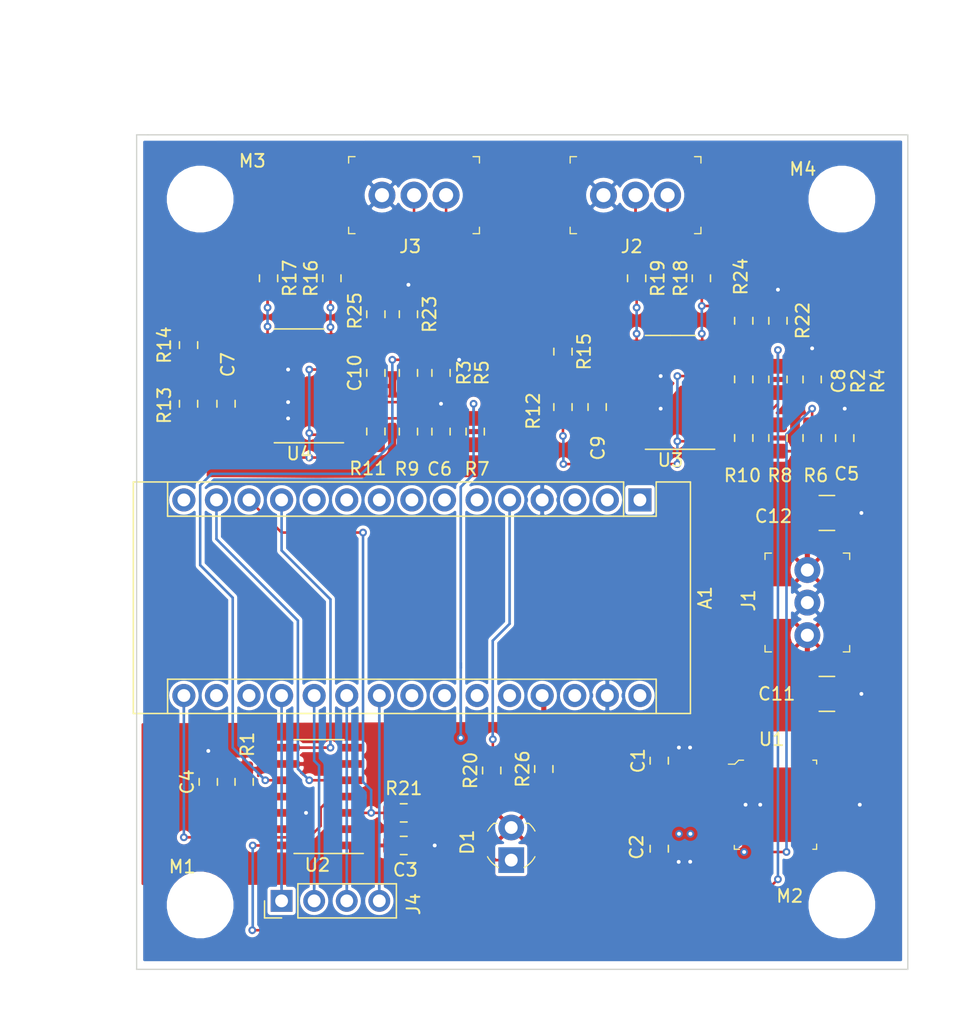
<source format=kicad_pcb>
(kicad_pcb (version 20171130) (host pcbnew "(5.1.2-1)-1")
  (layers (0 F.Cu signal) (31 B.Cu signal) (34 B.Paste user hide) (35 F.Paste user) (36 B.SilkS user hide) (37 F.SilkS user) (38 B.Mask user hide) (39 F.Mask user hide) (44 Edge.Cuts user))
  (net 0 "")
  (net 1 "Net-(A1-Pad30)")
  (net 2 "Net-(A1-Pad28)")
  (net 3 "Net-(A1-Pad11)")
  (net 4 "Net-(A1-Pad26)")
  (net 5 "Net-(A1-Pad10)")
  (net 6 "Net-(A1-Pad25)")
  (net 7 "Net-(A1-Pad9)")
  (net 8 "Net-(A1-Pad24)")
  (net 9 "Net-(A1-Pad8)")
  (net 10 "Net-(A1-Pad23)")
  (net 11 "Net-(A1-Pad7)")
  (net 12 "Net-(A1-Pad22)")
  (net 13 "Net-(A1-Pad6)")
  (net 14 "Net-(A1-Pad21)")
  (net 15 "Net-(A1-Pad5)")
  (net 16 "Net-(A1-Pad20)")
  (net 17 "Net-(A1-Pad19)")
  (net 18 "Net-(A1-Pad3)")
  (net 19 "Net-(A1-Pad18)")
  (net 20 "Net-(A1-Pad2)")
  (net 21 "Net-(A1-Pad17)")
  (net 22 "Net-(A1-Pad1)")
  (net 23 +5V)
  (net 24 GND)
  (net 25 +15V)
  (net 26 -15V)
  (net 27 /DAC/SCK)
  (net 28 /DAC/SDI)
  (net 29 /DAC/CS)
  (net 30 "Net-(C4-Pad1)")
  (net 31 "Net-(C5-Pad1)")
  (net 32 "Net-(C6-Pad1)")
  (net 33 "Net-(D1-Pad1)")
  (net 34 "Net-(J2-Pad2)")
  (net 35 "Net-(J2-Pad1)")
  (net 36 "Net-(J3-Pad2)")
  (net 37 "Net-(J3-Pad1)")
  (net 38 "Net-(R2-Pad2)")
  (net 39 "Net-(R2-Pad1)")
  (net 40 "Net-(R3-Pad2)")
  (net 41 "Net-(R3-Pad1)")
  (net 42 "Net-(R10-Pad2)")
  (net 43 "Net-(R11-Pad2)")
  (net 44 "Net-(R10-Pad1)")
  (net 45 "Net-(R11-Pad1)")
  (net 46 "Net-(R12-Pad1)")
  (net 47 "Net-(R13-Pad1)")
  (net 48 "Net-(R14-Pad1)")
  (net 49 "Net-(R15-Pad1)")
  (net 50 "Net-(R16-Pad2)")
  (net 51 "Net-(R18-Pad2)")
  (net 52 "Net-(U2-Pad7)")
  (net 53 "Net-(U2-Pad6)")
  (net 54 "Net-(U2-Pad2)")
  (net 55 "Net-(A1-Pad27)")
  (net 56 "Net-(R22-Pad2)")
  (net 57 "Net-(R23-Pad2)")
  (net 58 "Net-(U3-Pad14)")
  (net 59 "Net-(U4-Pad14)")
  (net 60 "Net-(A1-Pad15)")
  (net 61 /DAC/LDAC#)
  (module laser_control:Arduino_Nano (layer F.Cu) (at 137.414 90.043 270)
    (fp_text reference A1 (at 7.62 -5.08 90) (layer F.SilkS))
    (fp_text value Arduino_Nano_v3.x)
    (pad 1 thru_hole rect (at 0 0 270) (size 1.8 1.8) (drill 1) (layers *.Cu *.Mask) (net 22 "Net-(A1-Pad1)"))
    (pad 17 thru_hole oval (at 15.24 33.02 270) (size 1.8 1.8) (drill 1) (layers *.Cu *.Mask) (net 21 "Net-(A1-Pad17)"))
    (pad 2 thru_hole oval (at 0 2.54 270) (size 1.8 1.8) (drill 1) (layers *.Cu *.Mask) (net 20 "Net-(A1-Pad2)"))
    (pad 18 thru_hole oval (at 15.24 30.48 270) (size 1.8 1.8) (drill 1) (layers *.Cu *.Mask) (net 19 "Net-(A1-Pad18)"))
    (pad 3 thru_hole oval (at 0 5.08 270) (size 1.8 1.8) (drill 1) (layers *.Cu *.Mask) (net 18 "Net-(A1-Pad3)"))
    (pad 19 thru_hole oval (at 15.24 27.94 270) (size 1.8 1.8) (drill 1) (layers *.Cu *.Mask) (net 17 "Net-(A1-Pad19)"))
    (pad 4 thru_hole oval (at 0 7.62 270) (size 1.8 1.8) (drill 1) (layers *.Cu *.Mask) (net 24 GND))
    (pad 20 thru_hole oval (at 15.24 25.4 270) (size 1.8 1.8) (drill 1) (layers *.Cu *.Mask) (net 16 "Net-(A1-Pad20)"))
    (pad 5 thru_hole oval (at 0 10.16 270) (size 1.8 1.8) (drill 1) (layers *.Cu *.Mask) (net 15 "Net-(A1-Pad5)"))
    (pad 21 thru_hole oval (at 15.24 22.86 270) (size 1.8 1.8) (drill 1) (layers *.Cu *.Mask) (net 14 "Net-(A1-Pad21)"))
    (pad 6 thru_hole oval (at 0 12.7 270) (size 1.8 1.8) (drill 1) (layers *.Cu *.Mask) (net 13 "Net-(A1-Pad6)"))
    (pad 22 thru_hole oval (at 15.24 20.32 270) (size 1.8 1.8) (drill 1) (layers *.Cu *.Mask) (net 12 "Net-(A1-Pad22)"))
    (pad 7 thru_hole oval (at 0 15.24 270) (size 1.8 1.8) (drill 1) (layers *.Cu *.Mask) (net 11 "Net-(A1-Pad7)"))
    (pad 23 thru_hole oval (at 15.24 17.78 270) (size 1.8 1.8) (drill 1) (layers *.Cu *.Mask) (net 10 "Net-(A1-Pad23)"))
    (pad 8 thru_hole oval (at 0 17.78 270) (size 1.8 1.8) (drill 1) (layers *.Cu *.Mask) (net 9 "Net-(A1-Pad8)"))
    (pad 24 thru_hole oval (at 15.24 15.24 270) (size 1.8 1.8) (drill 1) (layers *.Cu *.Mask) (net 8 "Net-(A1-Pad24)"))
    (pad 9 thru_hole oval (at 0 20.32 270) (size 1.8 1.8) (drill 1) (layers *.Cu *.Mask) (net 7 "Net-(A1-Pad9)"))
    (pad 25 thru_hole oval (at 15.24 12.7 270) (size 1.8 1.8) (drill 1) (layers *.Cu *.Mask) (net 6 "Net-(A1-Pad25)"))
    (pad 10 thru_hole oval (at 0 22.86 270) (size 1.8 1.8) (drill 1) (layers *.Cu *.Mask) (net 5 "Net-(A1-Pad10)"))
    (pad 26 thru_hole oval (at 15.24 10.16 270) (size 1.8 1.8) (drill 1) (layers *.Cu *.Mask) (net 4 "Net-(A1-Pad26)"))
    (pad 11 thru_hole oval (at 0 25.4 270) (size 1.8 1.8) (drill 1) (layers *.Cu *.Mask) (net 3 "Net-(A1-Pad11)"))
    (pad 27 thru_hole oval (at 15.24 7.62 270) (size 1.8 1.8) (drill 1) (layers *.Cu *.Mask) (net 55 "Net-(A1-Pad27)"))
    (pad 12 thru_hole oval (at 0 27.94 270) (size 1.8 1.8) (drill 1) (layers *.Cu *.Mask) (net 61 /DAC/LDAC#))
    (pad 28 thru_hole oval (at 15.24 5.08 270) (size 1.8 1.8) (drill 1) (layers *.Cu *.Mask) (net 2 "Net-(A1-Pad28)"))
    (pad 13 thru_hole oval (at 0 30.48 270) (size 1.8 1.8) (drill 1) (layers *.Cu *.Mask) (net 29 /DAC/CS))
    (pad 29 thru_hole oval (at 15.24 2.54 270) (size 1.8 1.8) (drill 1) (layers *.Cu *.Mask) (net 24 GND))
    (pad 14 thru_hole oval (at 0 33.02 270) (size 1.8 1.8) (drill 1) (layers *.Cu *.Mask) (net 28 /DAC/SDI))
    (pad 30 thru_hole oval (at 15.24 0 270) (size 1.8 1.8) (drill 1) (layers *.Cu *.Mask) (net 1 "Net-(A1-Pad30)"))
    (pad 15 thru_hole oval (at 0 35.56 270) (size 1.8 1.8) (drill 1) (layers *.Cu *.Mask) (net 60 "Net-(A1-Pad15)"))
    (pad 16 thru_hole oval (at 15.24 35.56 270) (size 1.8 1.8) (drill 1) (layers *.Cu *.Mask) (net 27 /DAC/SCK))
  )
  (module Resistor_SMD:R_0805_2012Metric_Pad1.15x1.40mm_HandSolder (layer F.Cu) (at 129.921 111.007 90)
    (fp_text reference R26 (at 0 -1.65 90) (layer F.SilkS))
    (fp_text value n.b.)
    (pad 2 smd roundrect (at 1.025 0 90) (size 1.15 1.4) (layers F.Cu F.Paste F.Mask) (roundrect_rratio 0.217391) (net 55 "Net-(A1-Pad27)"))
    (pad 1 smd roundrect (at -1.025 0 90) (size 1.15 1.4) (layers F.Cu F.Paste F.Mask) (roundrect_rratio 0.217391) (net 23 +5V))
  )
  (module digikey-footprints:TO-252-3 (layer F.Cu) (at 147.685 113.792)
    (fp_text reference U1 (at 0 -5.1 180) (layer F.SilkS))
    (fp_text value MC7805BDTRKG)
    (pad 3 smd rect (at -4.08 2.285 180) (size 3 1.6) (layers F.Cu F.Paste F.Mask) (net 23 +5V))
    (pad 4 smd rect (at 3.09 0 180) (size 6.2 5.8) (layers F.Cu F.Paste F.Mask) (net 24 GND))
    (pad 1 smd rect (at -4.08 -2.285 180) (size 3 1.6) (layers F.Cu F.Paste F.Mask) (net 25 +15V))
  )
  (module Capacitor_SMD:C_1210_3225Metric_Pad1.42x2.65mm_HandSolder (layer F.Cu) (at 151.995 91.059 180)
    (fp_text reference C12 (at 4.167 -0.254) (layer F.SilkS))
    (fp_text value 4,7uF)
    (pad 2 smd roundrect (at 1.4875 0 180) (size 1.425 2.65) (layers F.Cu F.Paste F.Mask) (roundrect_rratio 0.175439) (net 26 -15V))
    (pad 1 smd roundrect (at -1.4875 0 180) (size 1.425 2.65) (layers F.Cu F.Paste F.Mask) (roundrect_rratio 0.175439) (net 24 GND))
  )
  (module Capacitor_SMD:C_1210_3225Metric_Pad1.42x2.65mm_HandSolder (layer F.Cu) (at 151.995 105.156)
    (fp_text reference C11 (at -3.913 0) (layer F.SilkS))
    (fp_text value 4,7uF)
    (pad 2 smd roundrect (at 1.4875 0) (size 1.425 2.65) (layers F.Cu F.Paste F.Mask) (roundrect_rratio 0.175439) (net 24 GND))
    (pad 1 smd roundrect (at -1.4875 0) (size 1.425 2.65) (layers F.Cu F.Paste F.Mask) (roundrect_rratio 0.175439) (net 25 +15V))
  )
  (module Capacitor_SMD:C_0805_2012Metric_Pad1.15x1.40mm_HandSolder (layer F.Cu) (at 138.922 110.363 90)
    (fp_text reference C1 (at 0 -1.65 90) (layer F.SilkS))
    (fp_text value 100nF)
    (pad 2 smd roundrect (at 1.025 0 90) (size 1.15 1.4) (layers F.Cu F.Paste F.Mask) (roundrect_rratio 0.217391) (net 24 GND))
    (pad 1 smd roundrect (at -1.025 0 90) (size 1.15 1.4) (layers F.Cu F.Paste F.Mask) (roundrect_rratio 0.217391) (net 25 +15V))
  )
  (module Package_SO:SOIC-14_3.9x8.7mm_P1.27mm (layer F.Cu) (at 112.395 113.157 180)
    (fp_text reference U2 (at 0.127 -5.334) (layer F.SilkS))
    (fp_text value MCP4922)
    (pad 14 smd roundrect (at 2.475 -3.81 180) (size 1.95 0.6) (layers F.Cu F.Paste F.Mask) (net 38 "Net-(R2-Pad2)"))
    (pad 13 smd roundrect (at 2.475 -2.54 180) (size 1.95 0.6) (layers F.Cu F.Paste F.Mask) (net 30 "Net-(C4-Pad1)"))
    (pad 12 smd roundrect (at 2.475 -1.27 180) (size 1.95 0.6) (layers F.Cu F.Paste F.Mask) (net 24 GND))
    (pad 11 smd roundrect (at 2.475 0 180) (size 1.95 0.6) (layers F.Cu F.Paste F.Mask) (net 30 "Net-(C4-Pad1)"))
    (pad 10 smd roundrect (at 2.475 1.27 180) (size 1.95 0.6) (layers F.Cu F.Paste F.Mask) (net 41 "Net-(R3-Pad1)"))
    (pad 9 smd roundrect (at 2.475 2.54 180) (size 1.95 0.6) (layers F.Cu F.Paste F.Mask) (net 23 +5V))
    (pad 8 smd roundrect (at 2.475 3.81 180) (size 1.95 0.6) (layers F.Cu F.Paste F.Mask) (net 61 /DAC/LDAC#))
    (pad 7 smd roundrect (at -2.475 3.81 180) (size 1.95 0.6) (layers F.Cu F.Paste F.Mask) (net 52 "Net-(U2-Pad7)"))
    (pad 6 smd roundrect (at -2.475 2.54 180) (size 1.95 0.6) (layers F.Cu F.Paste F.Mask) (net 53 "Net-(U2-Pad6)"))
    (pad 5 smd roundrect (at -2.475 1.27 180) (size 1.95 0.6) (layers F.Cu F.Paste F.Mask) (net 28 /DAC/SDI))
    (pad 4 smd roundrect (at -2.475 0 180) (size 1.95 0.6) (layers F.Cu F.Paste F.Mask) (net 27 /DAC/SCK))
    (pad 3 smd roundrect (at -2.475 -1.27 180) (size 1.95 0.6) (layers F.Cu F.Paste F.Mask) (net 29 /DAC/CS))
    (pad 2 smd roundrect (at -2.475 -2.54 180) (size 1.95 0.6) (layers F.Cu F.Paste F.Mask) (net 54 "Net-(U2-Pad2)"))
    (pad 1 smd roundrect (at -2.475 -3.81 180) (size 1.95 0.6) (layers F.Cu F.Paste F.Mask) (net 23 +5V))
  )
  (module Package_SO:SOIC-14_3.9x8.7mm_P1.27mm (layer F.Cu) (at 139.795 81.661 180)
    (fp_text reference U3 (at 0 -5.28) (layer F.SilkS))
    (fp_text value LM324)
    (pad 14 smd roundrect (at 2.475 -3.81 180) (size 1.95 0.6) (layers F.Cu F.Paste F.Mask) (net 58 "Net-(U3-Pad14)"))
    (pad 13 smd roundrect (at 2.475 -2.54 180) (size 1.95 0.6) (layers F.Cu F.Paste F.Mask) (net 24 GND))
    (pad 12 smd roundrect (at 2.475 -1.27 180) (size 1.95 0.6) (layers F.Cu F.Paste F.Mask) (net 24 GND))
    (pad 11 smd roundrect (at 2.475 0 180) (size 1.95 0.6) (layers F.Cu F.Paste F.Mask) (net 26 -15V))
    (pad 10 smd roundrect (at 2.475 1.27 180) (size 1.95 0.6) (layers F.Cu F.Paste F.Mask) (net 24 GND))
    (pad 9 smd roundrect (at 2.475 2.54 180) (size 1.95 0.6) (layers F.Cu F.Paste F.Mask) (net 46 "Net-(R12-Pad1)"))
    (pad 8 smd roundrect (at 2.475 3.81 180) (size 1.95 0.6) (layers F.Cu F.Paste F.Mask) (net 49 "Net-(R15-Pad1)"))
    (pad 7 smd roundrect (at -2.475 3.81 180) (size 1.95 0.6) (layers F.Cu F.Paste F.Mask) (net 51 "Net-(R18-Pad2)"))
    (pad 6 smd roundrect (at -2.475 2.54 180) (size 1.95 0.6) (layers F.Cu F.Paste F.Mask) (net 56 "Net-(R22-Pad2)"))
    (pad 5 smd roundrect (at -2.475 1.27 180) (size 1.95 0.6) (layers F.Cu F.Paste F.Mask) (net 44 "Net-(R10-Pad1)"))
    (pad 4 smd roundrect (at -2.475 0 180) (size 1.95 0.6) (layers F.Cu F.Paste F.Mask) (net 25 +15V))
    (pad 3 smd roundrect (at -2.475 -1.27 180) (size 1.95 0.6) (layers F.Cu F.Paste F.Mask) (net 39 "Net-(R2-Pad1)"))
    (pad 2 smd roundrect (at -2.475 -2.54 180) (size 1.95 0.6) (layers F.Cu F.Paste F.Mask) (net 42 "Net-(R10-Pad2)"))
    (pad 1 smd roundrect (at -2.475 -3.81 180) (size 1.95 0.6) (layers F.Cu F.Paste F.Mask) (net 44 "Net-(R10-Pad1)"))
  )
  (module Package_SO:SOIC-14_3.9x8.7mm_P1.27mm (layer F.Cu) (at 110.855 81.153 180)
    (fp_text reference U4 (at 0 -5.28) (layer F.SilkS))
    (fp_text value LM324)
    (pad 14 smd roundrect (at 2.475 -3.81 180) (size 1.95 0.6) (layers F.Cu F.Paste F.Mask) (net 59 "Net-(U4-Pad14)"))
    (pad 13 smd roundrect (at 2.475 -2.54 180) (size 1.95 0.6) (layers F.Cu F.Paste F.Mask) (net 24 GND))
    (pad 12 smd roundrect (at 2.475 -1.27 180) (size 1.95 0.6) (layers F.Cu F.Paste F.Mask) (net 24 GND))
    (pad 11 smd roundrect (at 2.475 0 180) (size 1.95 0.6) (layers F.Cu F.Paste F.Mask) (net 26 -15V))
    (pad 10 smd roundrect (at 2.475 1.27 180) (size 1.95 0.6) (layers F.Cu F.Paste F.Mask) (net 24 GND))
    (pad 9 smd roundrect (at 2.475 2.54 180) (size 1.95 0.6) (layers F.Cu F.Paste F.Mask) (net 47 "Net-(R13-Pad1)"))
    (pad 8 smd roundrect (at 2.475 3.81 180) (size 1.95 0.6) (layers F.Cu F.Paste F.Mask) (net 48 "Net-(R14-Pad1)"))
    (pad 7 smd roundrect (at -2.475 3.81 180) (size 1.95 0.6) (layers F.Cu F.Paste F.Mask) (net 50 "Net-(R16-Pad2)"))
    (pad 6 smd roundrect (at -2.475 2.54 180) (size 1.95 0.6) (layers F.Cu F.Paste F.Mask) (net 57 "Net-(R23-Pad2)"))
    (pad 5 smd roundrect (at -2.475 1.27 180) (size 1.95 0.6) (layers F.Cu F.Paste F.Mask) (net 45 "Net-(R11-Pad1)"))
    (pad 4 smd roundrect (at -2.475 0 180) (size 1.95 0.6) (layers F.Cu F.Paste F.Mask) (net 25 +15V))
    (pad 3 smd roundrect (at -2.475 -1.27 180) (size 1.95 0.6) (layers F.Cu F.Paste F.Mask) (net 40 "Net-(R3-Pad2)"))
    (pad 2 smd roundrect (at -2.475 -2.54 180) (size 1.95 0.6) (layers F.Cu F.Paste F.Mask) (net 43 "Net-(R11-Pad2)"))
    (pad 1 smd roundrect (at -2.475 -3.81 180) (size 1.95 0.6) (layers F.Cu F.Paste F.Mask) (net 45 "Net-(R11-Pad1)"))
  )
  (module MountingHole:MountingHole_3.2mm_M3 (layer F.Cu) (at 103.124 121.6)
    (fp_text reference M1 (at -1.397 -2.982) (layer F.SilkS))
    (fp_text value MountingHole_3.2mm_M3)
    (pad "" np_thru_hole circle (at 0 0) (size 3.2 3.2) (drill 3.2) (layers *.Cu *.Mask))
  )
  (module MountingHole:MountingHole_3.2mm_M3 (layer F.Cu) (at 153.162 121.6)
    (fp_text reference M2 (at -4.064 -0.696) (layer F.SilkS))
    (fp_text value MountingHole_3.2mm_M3)
    (pad 1 np_thru_hole circle (at 0 0) (size 3.2 3.2) (drill 3.2) (layers *.Cu *.Mask))
  )
  (module MountingHole:MountingHole_3.2mm_M3 (layer F.Cu) (at 103.124 66.6)
    (fp_text reference M3 (at 4.064 -2.973) (layer F.SilkS))
    (fp_text value MountingHole_3.2mm_M3)
    (pad 1 np_thru_hole circle (at 0 0) (size 3.2 3.2) (drill 3.2) (layers *.Cu *.Mask))
  )
  (module MountingHole:MountingHole_3.2mm_M3 (layer F.Cu) (at 153.162 66.6)
    (fp_text reference M4 (at -3.048 -2.338) (layer F.SilkS))
    (fp_text value MountingHole_3.2mm_M3)
    (pad 1 np_thru_hole circle (at 0 0) (size 3.2 3.2) (drill 3.2) (layers *.Cu *.Mask))
  )
  (module Resistor_SMD:R_0805_2012Metric_Pad1.15x1.40mm_HandSolder (layer F.Cu) (at 116.824 75.574 270)
    (fp_text reference R25 (at -0.263 1.635 90) (layer F.SilkS))
    (fp_text value 3.9k)
    (pad 2 smd roundrect (at 1.025 0 270) (size 1.15 1.4) (layers F.Cu F.Paste F.Mask) (roundrect_rratio 0.217391) (net 57 "Net-(R23-Pad2)"))
    (pad 1 smd roundrect (at -1.025 0 270) (size 1.15 1.4) (layers F.Cu F.Paste F.Mask) (roundrect_rratio 0.217391) (net 50 "Net-(R16-Pad2)"))
  )
  (module Resistor_SMD:R_0805_2012Metric_Pad1.15x1.40mm_HandSolder (layer F.Cu) (at 145.51 76.082 270)
    (fp_text reference R24 (at -3.438 0.222 90) (layer F.SilkS))
    (fp_text value 3.9k)
    (pad 2 smd roundrect (at 1.025 0 270) (size 1.15 1.4) (layers F.Cu F.Paste F.Mask) (roundrect_rratio 0.217391) (net 56 "Net-(R22-Pad2)"))
    (pad 1 smd roundrect (at -1.025 0 270) (size 1.15 1.4) (layers F.Cu F.Paste F.Mask) (roundrect_rratio 0.217391) (net 51 "Net-(R18-Pad2)"))
  )
  (module Resistor_SMD:R_0805_2012Metric_Pad1.15x1.40mm_HandSolder (layer F.Cu) (at 119.364 75.574 270)
    (fp_text reference R23 (at 0 -1.65 90) (layer F.SilkS))
    (fp_text value 20k)
    (pad 2 smd roundrect (at 1.025 0 270) (size 1.15 1.4) (layers F.Cu F.Paste F.Mask) (roundrect_rratio 0.217391) (net 57 "Net-(R23-Pad2)"))
    (pad 1 smd roundrect (at -1.025 0 270) (size 1.15 1.4) (layers F.Cu F.Paste F.Mask) (roundrect_rratio 0.217391) (net 24 GND))
  )
  (module Resistor_SMD:R_0805_2012Metric_Pad1.15x1.40mm_HandSolder (layer F.Cu) (at 148.177 76.082 270)
    (fp_text reference R22 (at -0.009 -1.937 90) (layer F.SilkS))
    (fp_text value 20k)
    (pad 2 smd roundrect (at 1.025 0 270) (size 1.15 1.4) (layers F.Cu F.Paste F.Mask) (roundrect_rratio 0.217391) (net 56 "Net-(R22-Pad2)"))
    (pad 1 smd roundrect (at -1.025 0 270) (size 1.15 1.4) (layers F.Cu F.Paste F.Mask) (roundrect_rratio 0.217391) (net 24 GND))
  )
  (module digikey-footprints:PinHeader_1x3_P2.5mm_Drill1.1mm (layer F.Cu) (at 122.301 66.294 180)
    (fp_text reference J3 (at 2.8 -4) (layer F.SilkS))
    (fp_text value B3B-XH-A_LF__SN_)
    (pad 3 thru_hole circle (at 5 0 180) (size 2.1 2.1) (drill 1.1) (layers *.Cu *.Mask) (net 24 GND))
    (pad 2 thru_hole circle (at 2.5 0 180) (size 2.1 2.1) (drill 1.1) (layers *.Cu *.Mask) (net 36 "Net-(J3-Pad2)"))
    (pad 1 thru_hole circle (at 0 0 180) (size 2.1 2.1) (drill 1.1) (layers *.Cu *.Mask) (net 37 "Net-(J3-Pad1)"))
  )
  (module digikey-footprints:PinHeader_1x3_P2.5mm_Drill1.1mm (layer F.Cu) (at 139.573 66.294 180)
    (fp_text reference J2 (at 2.8 -4) (layer F.SilkS))
    (fp_text value B3B-XH-A_LF__SN_)
    (pad 3 thru_hole circle (at 5 0 180) (size 2.1 2.1) (drill 1.1) (layers *.Cu *.Mask) (net 24 GND))
    (pad 2 thru_hole circle (at 2.5 0 180) (size 2.1 2.1) (drill 1.1) (layers *.Cu *.Mask) (net 34 "Net-(J2-Pad2)"))
    (pad 1 thru_hole circle (at 0 0 180) (size 2.1 2.1) (drill 1.1) (layers *.Cu *.Mask) (net 35 "Net-(J2-Pad1)"))
  )
  (module Capacitor_SMD:C_0805_2012Metric_Pad1.15x1.40mm_HandSolder (layer F.Cu) (at 116.824 80.146 90)
    (fp_text reference C10 (at 0 -1.65 90) (layer F.SilkS))
    (fp_text value 100nF)
    (pad 2 smd roundrect (at 1.025 0 90) (size 1.15 1.4) (layers F.Cu F.Paste F.Mask) (roundrect_rratio 0.217391) (net 26 -15V))
    (pad 1 smd roundrect (at -1.025 0 90) (size 1.15 1.4) (layers F.Cu F.Paste F.Mask) (roundrect_rratio 0.217391) (net 25 +15V))
  )
  (module Capacitor_SMD:C_0805_2012Metric_Pad1.15x1.40mm_HandSolder (layer F.Cu) (at 134.08 82.804 90)
    (fp_text reference C9 (at -3.191 0.066 90) (layer F.SilkS))
    (fp_text value 100nF)
    (pad 2 smd roundrect (at 1.025 0 90) (size 1.15 1.4) (layers F.Cu F.Paste F.Mask) (roundrect_rratio 0.217391) (net 26 -15V))
    (pad 1 smd roundrect (at -1.025 0 90) (size 1.15 1.4) (layers F.Cu F.Paste F.Mask) (roundrect_rratio 0.217391) (net 25 +15V))
  )
  (module Resistor_SMD:R_0805_2012Metric_Pad1.15x1.40mm_HandSolder (layer F.Cu) (at 125.857 111.125 90)
    (fp_text reference R20 (at 0 -1.65 90) (layer F.SilkS))
    (fp_text value 220R)
    (pad 2 smd roundrect (at 1.025 0 90) (size 1.15 1.4) (layers F.Cu F.Paste F.Mask) (roundrect_rratio 0.217391) (net 15 "Net-(A1-Pad5)"))
    (pad 1 smd roundrect (at -1.025 0 90) (size 1.15 1.4) (layers F.Cu F.Paste F.Mask) (roundrect_rratio 0.217391) (net 33 "Net-(D1-Pad1)"))
  )
  (module Resistor_SMD:R_0805_2012Metric_Pad1.15x1.40mm_HandSolder (layer F.Cu) (at 116.824 84.709 90)
    (fp_text reference R11 (at -2.886 -0.619) (layer F.SilkS))
    (fp_text value 10k)
    (pad 2 smd roundrect (at 1.025 0 90) (size 1.15 1.4) (layers F.Cu F.Paste F.Mask) (roundrect_rratio 0.217391) (net 43 "Net-(R11-Pad2)"))
    (pad 1 smd roundrect (at -1.025 0 90) (size 1.15 1.4) (layers F.Cu F.Paste F.Mask) (roundrect_rratio 0.217391) (net 45 "Net-(R11-Pad1)"))
  )
  (module Resistor_SMD:R_0805_2012Metric_Pad1.15x1.40mm_HandSolder (layer F.Cu) (at 145.51 85.217 90)
    (fp_text reference R10 (at -2.921 -0.095 180) (layer F.SilkS))
    (fp_text value 10k)
    (pad 2 smd roundrect (at 1.025 0 90) (size 1.15 1.4) (layers F.Cu F.Paste F.Mask) (roundrect_rratio 0.217391) (net 42 "Net-(R10-Pad2)"))
    (pad 1 smd roundrect (at -1.025 0 90) (size 1.15 1.4) (layers F.Cu F.Paste F.Mask) (roundrect_rratio 0.217391) (net 44 "Net-(R10-Pad1)"))
  )
  (module Resistor_SMD:R_0805_2012Metric_Pad1.15x1.40mm_HandSolder (layer F.Cu) (at 119.364 84.718 270)
    (fp_text reference R9 (at 2.912 0.111) (layer F.SilkS))
    (fp_text value 10k)
    (pad 2 smd roundrect (at 1.025 0 270) (size 1.15 1.4) (layers F.Cu F.Paste F.Mask) (roundrect_rratio 0.217391) (net 32 "Net-(C6-Pad1)"))
    (pad 1 smd roundrect (at -1.025 0 270) (size 1.15 1.4) (layers F.Cu F.Paste F.Mask) (roundrect_rratio 0.217391) (net 43 "Net-(R11-Pad2)"))
  )
  (module Resistor_SMD:R_0805_2012Metric_Pad1.15x1.40mm_HandSolder (layer F.Cu) (at 148.177 85.217 270)
    (fp_text reference R8 (at 2.921 -0.159 180) (layer F.SilkS))
    (fp_text value 10k)
    (pad 2 smd roundrect (at 1.025 0 270) (size 1.15 1.4) (layers F.Cu F.Paste F.Mask) (roundrect_rratio 0.217391) (net 31 "Net-(C5-Pad1)"))
    (pad 1 smd roundrect (at -1.025 0 270) (size 1.15 1.4) (layers F.Cu F.Paste F.Mask) (roundrect_rratio 0.217391) (net 42 "Net-(R10-Pad2)"))
  )
  (module Resistor_SMD:R_0805_2012Metric_Pad1.15x1.40mm_HandSolder (layer F.Cu) (at 124.571 84.718 270)
    (fp_text reference R7 (at 2.912 -0.143 180) (layer F.SilkS))
    (fp_text value 100R)
    (pad 2 smd roundrect (at 1.025 0 270) (size 1.15 1.4) (layers F.Cu F.Paste F.Mask) (roundrect_rratio 0.217391) (net 32 "Net-(C6-Pad1)"))
    (pad 1 smd roundrect (at -1.025 0 270) (size 1.15 1.4) (layers F.Cu F.Paste F.Mask) (roundrect_rratio 0.217391) (net 23 +5V))
  )
  (module Resistor_SMD:R_0805_2012Metric_Pad1.15x1.40mm_HandSolder (layer F.Cu) (at 150.844 85.217 270)
    (fp_text reference R6 (at 2.921 -0.286 180) (layer F.SilkS))
    (fp_text value 10R)
    (pad 2 smd roundrect (at 1.025 0 270) (size 1.15 1.4) (layers F.Cu F.Paste F.Mask) (roundrect_rratio 0.217391) (net 31 "Net-(C5-Pad1)"))
    (pad 1 smd roundrect (at -1.025 0 270) (size 1.15 1.4) (layers F.Cu F.Paste F.Mask) (roundrect_rratio 0.217391) (net 23 +5V))
  )
  (module Resistor_SMD:R_0805_2012Metric_Pad1.15x1.40mm_HandSolder (layer F.Cu) (at 121.904 80.146 90)
    (fp_text reference R5 (at 0.009 3.191 90) (layer F.SilkS))
    (fp_text value n.b.)
    (pad 2 smd roundrect (at 1.025 0 90) (size 1.15 1.4) (layers F.Cu F.Paste F.Mask) (roundrect_rratio 0.217391) (net 24 GND))
    (pad 1 smd roundrect (at -1.025 0 90) (size 1.15 1.4) (layers F.Cu F.Paste F.Mask) (roundrect_rratio 0.217391) (net 40 "Net-(R3-Pad2)"))
  )
  (module Resistor_SMD:R_0805_2012Metric_Pad1.15x1.40mm_HandSolder (layer F.Cu) (at 150.844 80.654 90)
    (fp_text reference R4 (at -0.118 5.112 90) (layer F.SilkS))
    (fp_text value n.b.)
    (pad 2 smd roundrect (at 1.025 0 90) (size 1.15 1.4) (layers F.Cu F.Paste F.Mask) (roundrect_rratio 0.217391) (net 24 GND))
    (pad 1 smd roundrect (at -1.025 0 90) (size 1.15 1.4) (layers F.Cu F.Paste F.Mask) (roundrect_rratio 0.217391) (net 39 "Net-(R2-Pad1)"))
  )
  (module Resistor_SMD:R_0805_2012Metric_Pad1.15x1.40mm_HandSolder (layer F.Cu) (at 119.364 80.146 270)
    (fp_text reference R3 (at -0.009 -4.334 90) (layer F.SilkS))
    (fp_text value 0R)
    (pad 2 smd roundrect (at 1.025 0 270) (size 1.15 1.4) (layers F.Cu F.Paste F.Mask) (roundrect_rratio 0.217391) (net 40 "Net-(R3-Pad2)"))
    (pad 1 smd roundrect (at -1.025 0 270) (size 1.15 1.4) (layers F.Cu F.Paste F.Mask) (roundrect_rratio 0.217391) (net 41 "Net-(R3-Pad1)"))
  )
  (module Resistor_SMD:R_0805_2012Metric_Pad1.15x1.40mm_HandSolder (layer F.Cu) (at 148.177 80.654 90)
    (fp_text reference R2 (at -0.118 6.255 90) (layer F.SilkS))
    (fp_text value 0R)
    (pad 2 smd roundrect (at 1.025 0 90) (size 1.15 1.4) (layers F.Cu F.Paste F.Mask) (roundrect_rratio 0.217391) (net 38 "Net-(R2-Pad2)"))
    (pad 1 smd roundrect (at -1.025 0 90) (size 1.15 1.4) (layers F.Cu F.Paste F.Mask) (roundrect_rratio 0.217391) (net 39 "Net-(R2-Pad1)"))
  )
  (module Resistor_SMD:R_0805_2012Metric_Pad1.15x1.40mm_HandSolder (layer F.Cu) (at 106.553 112.014 270)
    (fp_text reference R1 (at -2.921 -0.254 90) (layer F.SilkS))
    (fp_text value 10k)
    (pad 2 smd roundrect (at 1.025 0 270) (size 1.15 1.4) (layers F.Cu F.Paste F.Mask) (roundrect_rratio 0.217391) (net 30 "Net-(C4-Pad1)"))
    (pad 1 smd roundrect (at -1.025 0 270) (size 1.15 1.4) (layers F.Cu F.Paste F.Mask) (roundrect_rratio 0.217391) (net 23 +5V))
  )
  (module Connector_PinHeader_2.54mm:PinHeader_1x04_P2.54mm_Vertical (layer F.Cu) (at 109.474 121.285 90)
    (fp_text reference J4 (at -0.254 10.287 90) (layer F.SilkS))
    (fp_text value Conn_01x04)
    (pad 4 thru_hole oval (at 0 7.62 90) (size 1.7 1.7) (drill 1) (layers *.Cu *.Mask) (net 12 "Net-(A1-Pad22)"))
    (pad 3 thru_hole oval (at 0 5.08 90) (size 1.7 1.7) (drill 1) (layers *.Cu *.Mask) (net 14 "Net-(A1-Pad21)"))
    (pad 2 thru_hole oval (at 0 2.54 90) (size 1.7 1.7) (drill 1) (layers *.Cu *.Mask) (net 16 "Net-(A1-Pad20)"))
    (pad 1 thru_hole rect (at 0 0 90) (size 1.7 1.7) (drill 1) (layers *.Cu *.Mask) (net 17 "Net-(A1-Pad19)"))
  )
  (module digikey-footprints:PinHeader_1x3_P2.54mm_Drill1.02mm (layer F.Cu) (at 150.471 100.584 90)
    (fp_text reference J1 (at 2.71 -4.59 90) (layer F.SilkS))
    (fp_text value 0022232031)
    (pad 3 thru_hole circle (at 5.08 0 90) (size 2.02 2.02) (drill 1.02) (layers *.Cu *.Mask) (net 26 -15V))
    (pad 2 thru_hole circle (at 2.54 0 90) (size 2.02 2.02) (drill 1.02) (layers *.Cu *.Mask) (net 24 GND))
    (pad 1 thru_hole circle (at 0 0 90) (size 2.02 2.02) (drill 1.02) (layers *.Cu *.Mask) (net 25 +15V))
  )
  (module digikey-footprints:LED_3mm_Radial (layer F.Cu) (at 127.381 115.57 90)
    (fp_text reference D1 (at -1.143 -3.429 90) (layer F.SilkS))
    (fp_text value LED)
    (pad 1 thru_hole rect (at -2.54 0 90) (size 2 2) (drill 1) (layers *.Cu *.Mask) (net 33 "Net-(D1-Pad1)"))
    (pad 2 thru_hole circle (at 0 0 90) (size 2 2) (drill 1) (layers *.Cu *.Mask) (net 23 +5V))
  )
  (module Capacitor_SMD:C_0805_2012Metric_Pad1.15x1.40mm_HandSolder (layer F.Cu) (at 145.51 80.645 90)
    (fp_text reference C8 (at -0.127 7.398 90) (layer F.SilkS))
    (fp_text value 100nF)
    (pad 2 smd roundrect (at 1.025 0 90) (size 1.15 1.4) (layers F.Cu F.Paste F.Mask) (roundrect_rratio 0.217391) (net 26 -15V))
    (pad 1 smd roundrect (at -1.025 0 90) (size 1.15 1.4) (layers F.Cu F.Paste F.Mask) (roundrect_rratio 0.217391) (net 25 +15V))
  )
  (module Capacitor_SMD:C_0805_2012Metric_Pad1.15x1.40mm_HandSolder (layer F.Cu) (at 105.14 82.55 90)
    (fp_text reference C7 (at 3.048 0.143 90) (layer F.SilkS))
    (fp_text value 100nF)
    (pad 2 smd roundrect (at 1.025 0 90) (size 1.15 1.4) (layers F.Cu F.Paste F.Mask) (roundrect_rratio 0.217391) (net 26 -15V))
    (pad 1 smd roundrect (at -1.025 0 90) (size 1.15 1.4) (layers F.Cu F.Paste F.Mask) (roundrect_rratio 0.217391) (net 25 +15V))
  )
  (module Capacitor_SMD:C_0805_2012Metric_Pad1.15x1.40mm_HandSolder (layer F.Cu) (at 121.904 84.718 90)
    (fp_text reference C6 (at -2.912 -0.111 180) (layer F.SilkS))
    (fp_text value 100nF)
    (pad 2 smd roundrect (at 1.025 0 90) (size 1.15 1.4) (layers F.Cu F.Paste F.Mask) (roundrect_rratio 0.217391) (net 24 GND))
    (pad 1 smd roundrect (at -1.025 0 90) (size 1.15 1.4) (layers F.Cu F.Paste F.Mask) (roundrect_rratio 0.217391) (net 32 "Net-(C6-Pad1)"))
  )
  (module Capacitor_SMD:C_0805_2012Metric_Pad1.15x1.40mm_HandSolder (layer F.Cu) (at 153.384 85.226 90)
    (fp_text reference C5 (at -2.785 0.159 180) (layer F.SilkS))
    (fp_text value 100nF)
    (pad 2 smd roundrect (at 1.025 0 90) (size 1.15 1.4) (layers F.Cu F.Paste F.Mask) (roundrect_rratio 0.217391) (net 24 GND))
    (pad 1 smd roundrect (at -1.025 0 90) (size 1.15 1.4) (layers F.Cu F.Paste F.Mask) (roundrect_rratio 0.217391) (net 31 "Net-(C5-Pad1)"))
  )
  (module Capacitor_SMD:C_0805_2012Metric_Pad1.15x1.40mm_HandSolder (layer F.Cu) (at 103.759 112.014 90)
    (fp_text reference C4 (at 0 -1.65 90) (layer F.SilkS))
    (fp_text value 220nF)
    (pad 2 smd roundrect (at 1.025 0 90) (size 1.15 1.4) (layers F.Cu F.Paste F.Mask) (roundrect_rratio 0.217391) (net 24 GND))
    (pad 1 smd roundrect (at -1.025 0 90) (size 1.15 1.4) (layers F.Cu F.Paste F.Mask) (roundrect_rratio 0.217391) (net 30 "Net-(C4-Pad1)"))
  )
  (module Capacitor_SMD:C_0805_2012Metric_Pad1.15x1.40mm_HandSolder (layer F.Cu) (at 118.999 116.967)
    (fp_text reference C3 (at 0.127 1.905) (layer F.SilkS))
    (fp_text value 100nF)
    (pad 2 smd roundrect (at 1.025 0) (size 1.15 1.4) (layers F.Cu F.Paste F.Mask) (roundrect_rratio 0.217391) (net 24 GND))
    (pad 1 smd roundrect (at -1.025 0) (size 1.15 1.4) (layers F.Cu F.Paste F.Mask) (roundrect_rratio 0.217391) (net 23 +5V))
  )
  (module Resistor_SMD:R_0805_2012Metric_Pad1.15x1.40mm_HandSolder (layer F.Cu) (at 118.999 114.427 180)
    (fp_text reference R21 (at 0 1.905) (layer F.SilkS))
    (fp_text value 10k)
    (pad 2 smd roundrect (at 1.025 0 180) (size 1.15 1.4) (layers F.Cu F.Paste F.Mask) (roundrect_rratio 0.217391) (net 29 /DAC/CS))
    (pad 1 smd roundrect (at -1.025 0 180) (size 1.15 1.4) (layers F.Cu F.Paste F.Mask) (roundrect_rratio 0.217391) (net 23 +5V))
  )
  (module Resistor_SMD:R_0805_2012Metric_Pad1.15x1.40mm_HandSolder (layer F.Cu) (at 102.219 77.978 270)
    (fp_text reference R14 (at 0 1.889 90) (layer F.SilkS))
    (fp_text value 12k)
    (pad 2 smd roundrect (at 1.025 0 270) (size 1.15 1.4) (layers F.Cu F.Paste F.Mask) (roundrect_rratio 0.217391) (net 47 "Net-(R13-Pad1)"))
    (pad 1 smd roundrect (at -1.025 0 270) (size 1.15 1.4) (layers F.Cu F.Paste F.Mask) (roundrect_rratio 0.217391) (net 48 "Net-(R14-Pad1)"))
  )
  (module Resistor_SMD:R_0805_2012Metric_Pad1.15x1.40mm_HandSolder (layer F.Cu) (at 131.413 78.486 270)
    (fp_text reference R15 (at 0 -1.65 90) (layer F.SilkS))
    (fp_text value 12k)
    (pad 2 smd roundrect (at 1.025 0 270) (size 1.15 1.4) (layers F.Cu F.Paste F.Mask) (roundrect_rratio 0.217391) (net 46 "Net-(R12-Pad1)"))
    (pad 1 smd roundrect (at -1.025 0 270) (size 1.15 1.4) (layers F.Cu F.Paste F.Mask) (roundrect_rratio 0.217391) (net 49 "Net-(R15-Pad1)"))
  )
  (module Resistor_SMD:R_0805_2012Metric_Pad1.15x1.40mm_HandSolder (layer F.Cu) (at 102.219 82.55 270)
    (fp_text reference R13 (at 0.127 1.889 90) (layer F.SilkS))
    (fp_text value 10k)
    (pad 2 smd roundrect (at 1.025 0 270) (size 1.15 1.4) (layers F.Cu F.Paste F.Mask) (roundrect_rratio 0.217391) (net 45 "Net-(R11-Pad1)"))
    (pad 1 smd roundrect (at -1.025 0 270) (size 1.15 1.4) (layers F.Cu F.Paste F.Mask) (roundrect_rratio 0.217391) (net 47 "Net-(R13-Pad1)"))
  )
  (module Resistor_SMD:R_0805_2012Metric_Pad1.15x1.40mm_HandSolder (layer F.Cu) (at 131.413 82.804 270)
    (fp_text reference R12 (at 0.316 2.317 90) (layer F.SilkS))
    (fp_text value 10k)
    (pad 2 smd roundrect (at 1.025 0 270) (size 1.15 1.4) (layers F.Cu F.Paste F.Mask) (roundrect_rratio 0.217391) (net 44 "Net-(R10-Pad1)"))
    (pad 1 smd roundrect (at -1.025 0 270) (size 1.15 1.4) (layers F.Cu F.Paste F.Mask) (roundrect_rratio 0.217391) (net 46 "Net-(R12-Pad1)"))
  )
  (module Resistor_SMD:R_0805_2012Metric_Pad1.15x1.40mm_HandSolder (layer F.Cu) (at 108.458 72.771 270)
    (fp_text reference R17 (at 0 -1.65 90) (layer F.SilkS))
    (fp_text value 100R)
    (pad 2 smd roundrect (at 1.025 0 270) (size 1.15 1.4) (layers F.Cu F.Paste F.Mask) (roundrect_rratio 0.217391) (net 48 "Net-(R14-Pad1)"))
    (pad 1 smd roundrect (at -1.025 0 270) (size 1.15 1.4) (layers F.Cu F.Paste F.Mask) (roundrect_rratio 0.217391) (net 36 "Net-(J3-Pad2)"))
  )
  (module Resistor_SMD:R_0805_2012Metric_Pad1.15x1.40mm_HandSolder (layer F.Cu) (at 137.16 72.771 270)
    (fp_text reference R19 (at 0 -1.65 90) (layer F.SilkS))
    (fp_text value 100R)
    (pad 2 smd roundrect (at 1.025 0 270) (size 1.15 1.4) (layers F.Cu F.Paste F.Mask) (roundrect_rratio 0.217391) (net 49 "Net-(R15-Pad1)"))
    (pad 1 smd roundrect (at -1.025 0 270) (size 1.15 1.4) (layers F.Cu F.Paste F.Mask) (roundrect_rratio 0.217391) (net 34 "Net-(J2-Pad2)"))
  )
  (module Resistor_SMD:R_0805_2012Metric_Pad1.15x1.40mm_HandSolder (layer F.Cu) (at 113.395 72.771 270)
    (fp_text reference R16 (at 0 1.635 90) (layer F.SilkS))
    (fp_text value 100R)
    (pad 2 smd roundrect (at 1.025 0 270) (size 1.15 1.4) (layers F.Cu F.Paste F.Mask) (roundrect_rratio 0.217391) (net 50 "Net-(R16-Pad2)"))
    (pad 1 smd roundrect (at -1.025 0 270) (size 1.15 1.4) (layers F.Cu F.Paste F.Mask) (roundrect_rratio 0.217391) (net 37 "Net-(J3-Pad1)"))
  )
  (module Resistor_SMD:R_0805_2012Metric_Pad1.15x1.40mm_HandSolder (layer F.Cu) (at 142.208 72.771 270)
    (fp_text reference R18 (at 0 1.619 90) (layer F.SilkS))
    (fp_text value 100R)
    (pad 2 smd roundrect (at 1.025 0 270) (size 1.15 1.4) (layers F.Cu F.Paste F.Mask) (roundrect_rratio 0.217391) (net 51 "Net-(R18-Pad2)"))
    (pad 1 smd roundrect (at -1.025 0 270) (size 1.15 1.4) (layers F.Cu F.Paste F.Mask) (roundrect_rratio 0.217391) (net 35 "Net-(J2-Pad1)"))
  )
  (module Capacitor_SMD:C_0805_2012Metric_Pad1.15x1.40mm_HandSolder (layer F.Cu) (at 138.922 117.221 270)
    (fp_text reference C2 (at -0.127 1.762 90) (layer F.SilkS))
    (fp_text value 100nF)
    (pad 2 smd roundrect (at 1.025 0 270) (size 1.15 1.4) (layers F.Cu F.Paste F.Mask) (roundrect_rratio 0.217391) (net 24 GND))
    (pad 1 smd roundrect (at -1.025 0 270) (size 1.15 1.4) (layers F.Cu F.Paste F.Mask) (roundrect_rratio 0.217391) (net 23 +5V))
  )
  (gr_line (start 98.171 126.619) (end 158.3055 126.619) (layer Edge.Cuts) (width 0.1))
  (gr_line (start 99.06 61.595) (end 99.06 61.595) (layer Edge.Cuts) (width 0.1))
  (gr_line (start 158.3055 61.595) (end 98.171 61.595) (layer Edge.Cuts) (width 0.1))
  (gr_line (start 158.3055 126.619) (end 158.3055 61.595) (layer Edge.Cuts) (width 0.1))
  (gr_line (start 98.171 61.595) (end 98.171 126.619) (layer Edge.Cuts) (width 0.1))
  (segment (start 117.094 119.761) (end 117.094 121.285) (width 0.2) (layer B.Cu) (net 12))
  (segment (start 117.094 105.283) (end 117.094 119.761) (width 0.2) (layer B.Cu) (net 12))
  (segment (start 117.094 119.761) (end 117.094 120.269) (width 0.2) (layer B.Cu) (net 12))
  (segment (start 114.554 105.283) (end 114.554 119.634) (width 0.2) (layer B.Cu) (net 14))
  (segment (start 114.554 119.634) (end 114.554 121.285) (width 0.2) (layer B.Cu) (net 14))
  (segment (start 114.554 119.634) (end 114.554 120.269) (width 0.2) (layer B.Cu) (net 14))
  (segment (start 127.254 90.043) (end 127.254 99.695) (width 0.2) (layer B.Cu) (net 15))
  (segment (start 125.937995 101.011005) (end 125.937995 108.333753) (width 0.2) (layer B.Cu) (net 15))
  (segment (start 127.254 99.695) (end 125.937995 101.011005) (width 0.2) (layer B.Cu) (net 15))
  (via (at 125.946 108.695) (size 0.6) (drill 0.3) (layers F.Cu B.Cu) (net 15))
  (segment (start 125.937995 108.686995) (end 125.946 108.695) (width 0.2) (layer B.Cu) (net 15))
  (segment (start 125.937995 108.333753) (end 125.937995 108.686995) (width 0.2) (layer B.Cu) (net 15))
  (segment (start 125.946 110.011) (end 125.857 110.1) (width 0.2) (layer F.Cu) (net 15))
  (segment (start 125.946 108.695) (end 125.946 110.011) (width 0.2) (layer F.Cu) (net 15))
  (segment (start 112.014 119.634) (end 112.014 121.285) (width 0.2) (layer B.Cu) (net 16))
  (segment (start 112.014 119.634) (end 112.014 120.269) (width 0.2) (layer B.Cu) (net 16))
  (segment (start 112.395 110.744) (end 112.395 117.983) (width 0.2) (layer B.Cu) (net 16))
  (segment (start 112.014 118.364) (end 112.014 119.634) (width 0.2) (layer B.Cu) (net 16))
  (segment (start 112.014 110.363) (end 112.395 110.744) (width 0.2) (layer B.Cu) (net 16))
  (segment (start 112.395 117.983) (end 112.014 118.364) (width 0.2) (layer B.Cu) (net 16))
  (segment (start 112.014 105.283) (end 112.014 110.363) (width 0.2) (layer B.Cu) (net 16))
  (segment (start 109.474 120.015) (end 109.474 121.285) (width 0.2) (layer B.Cu) (net 17))
  (segment (start 109.474 120.269) (end 109.474 120.015) (width 0.2) (layer B.Cu) (net 17))
  (segment (start 109.474 120.015) (end 109.474 105.283) (width 0.2) (layer B.Cu) (net 17))
  (segment (start 106.925 110.617) (end 106.553 110.989) (width 0.2) (layer F.Cu) (net 23))
  (segment (start 139.021 116.059) (end 138.922 115.96) (width 0.4) (layer F.Cu) (net 23))
  (segment (start 140.465 116.059) (end 139.021 116.059) (width 0.6) (layer F.Cu) (net 23))
  (via (at 140.465 116.059) (size 0.6) (drill 0.3) (layers F.Cu B.Cu) (net 23))
  (segment (start 141.354 116.059) (end 140.465 116.059) (width 0.6) (layer F.Cu) (net 23))
  (via (at 141.354 116.059) (size 0.6) (drill 0.3) (layers F.Cu B.Cu) (net 23))
  (via (at 124.444 82.55) (size 0.6) (drill 0.3) (layers F.Cu B.Cu) (net 23))
  (segment (start 124.444 83.566) (end 124.571 83.693) (width 0.2) (layer F.Cu) (net 23))
  (segment (start 124.444 82.55) (end 124.444 83.566) (width 0.2) (layer F.Cu) (net 23))
  (segment (start 143.587 116.059) (end 143.605 116.077) (width 0.2) (layer F.Cu) (net 23))
  (segment (start 140.465 116.059) (end 143.587 116.059) (width 0.6) (layer F.Cu) (net 23))
  (via (at 123.444 108.585) (size 0.6) (drill 0.3) (layers F.Cu B.Cu) (net 23))
  (segment (start 123.444 107.569) (end 123.444 108.585) (width 0.2) (layer B.Cu) (net 23))
  (segment (start 123.444 106.934) (end 123.444 107.569) (width 0.2) (layer B.Cu) (net 23))
  (segment (start 123.444 107.569) (end 123.444 103.124) (width 0.2) (layer B.Cu) (net 23))
  (segment (start 123.444 103.124) (end 123.444 102.743) (width 0.2) (layer B.Cu) (net 23))
  (segment (start 150.844 84.192) (end 150.844 82.931) (width 0.2) (layer F.Cu) (net 23))
  (via (at 150.844 82.931) (size 0.6) (drill 0.3) (layers F.Cu B.Cu) (net 23))
  (segment (start 150.876 82.963) (end 150.844 82.931) (width 0.2) (layer B.Cu) (net 23))
  (segment (start 123.444 89.027) (end 123.444 103.124) (width 0.2) (layer B.Cu) (net 23))
  (segment (start 124.444 88.027) (end 123.444 89.027) (width 0.2) (layer B.Cu) (net 23))
  (segment (start 124.444 82.55) (end 124.444 88.027) (width 0.2) (layer B.Cu) (net 23))
  (segment (start 150.844 82.931) (end 149.225 84.55) (width 0.2) (layer B.Cu) (net 23))
  (segment (start 149.225 84.55) (end 148.844 84.931) (width 0.2) (layer B.Cu) (net 23))
  (segment (start 148.844 84.931) (end 148.844 117.475) (width 0.2) (layer B.Cu) (net 23))
  (via (at 148.844 117.475) (size 0.6) (drill 0.3) (layers F.Cu B.Cu) (net 23))
  (via (at 145.542 117.475) (size 0.6) (drill 0.3) (layers F.Cu B.Cu) (net 23))
  (segment (start 148.844 117.475) (end 145.542 117.475) (width 0.2) (layer F.Cu) (net 23))
  (via (at 139.033 82.931) (size 0.6) (drill 0.3) (layers F.Cu B.Cu) (net 24))
  (via (at 150.844 78.232) (size 0.6) (drill 0.3) (layers F.Cu B.Cu) (net 24))
  (segment (start 150.844 79.629) (end 150.844 78.232) (width 0.2) (layer F.Cu) (net 24))
  (via (at 148.177 73.66) (size 0.6) (drill 0.3) (layers F.Cu B.Cu) (net 24))
  (segment (start 148.177 75.057) (end 148.177 73.66) (width 0.2) (layer F.Cu) (net 24))
  (via (at 121.904 82.55) (size 0.6) (drill 0.3) (layers F.Cu B.Cu) (net 24))
  (segment (start 121.904 83.693) (end 121.904 82.55) (width 0.2) (layer F.Cu) (net 24))
  (via (at 119.364 73.279) (size 0.6) (drill 0.3) (layers F.Cu B.Cu) (net 24))
  (segment (start 119.364 74.549) (end 119.364 73.279) (width 0.2) (layer F.Cu) (net 24))
  (via (at 139.033 80.391) (size 0.6) (drill 0.3) (layers F.Cu B.Cu) (net 24))
  (via (at 121.412 116.967) (size 0.6) (drill 0.3) (layers F.Cu B.Cu) (net 24))
  (segment (start 120.024 116.967) (end 121.412 116.967) (width 0.2) (layer F.Cu) (net 24))
  (via (at 103.759 109.601) (size 0.6) (drill 0.3) (layers F.Cu B.Cu) (net 24))
  (segment (start 103.759 110.989) (end 103.759 109.601) (width 0.2) (layer F.Cu) (net 24))
  (segment (start 137.32 80.391) (end 139.033 80.391) (width 0.2) (layer F.Cu) (net 24))
  (segment (start 137.32 82.931) (end 139.033 82.931) (width 0.2) (layer F.Cu) (net 24))
  (via (at 153.384 82.930998) (size 0.6) (drill 0.3) (layers F.Cu B.Cu) (net 24))
  (segment (start 153.384 84.201) (end 153.384 82.930998) (width 0.2) (layer F.Cu) (net 24))
  (via (at 145.653 113.792) (size 0.6) (drill 0.3) (layers F.Cu B.Cu) (net 24))
  (segment (start 150.775 113.792) (end 146.796 113.792) (width 0.6) (layer F.Cu) (net 24))
  (via (at 146.796 113.792) (size 0.6) (drill 0.3) (layers F.Cu B.Cu) (net 24))
  (segment (start 146.796 113.792) (end 145.653 113.792) (width 0.6) (layer F.Cu) (net 24))
  (segment (start 138.922 109.338) (end 140.455 109.338) (width 0.6) (layer F.Cu) (net 24))
  (via (at 141.326 109.338) (size 0.6) (drill 0.3) (layers F.Cu B.Cu) (net 24))
  (segment (start 140.455 109.338) (end 141.326 109.338) (width 0.6) (layer F.Cu) (net 24))
  (via (at 140.455 109.338) (size 0.6) (drill 0.3) (layers F.Cu B.Cu) (net 24))
  (segment (start 137.32 84.201) (end 137.32 82.931) (width 0.2) (layer F.Cu) (net 24))
  (via (at 141.335 118.237) (size 0.6) (drill 0.3) (layers F.Cu B.Cu) (net 24))
  (segment (start 141.311 118.246) (end 141.32 118.237) (width 0.2) (layer F.Cu) (net 24))
  (segment (start 138.922 118.246) (end 140.437 118.246) (width 0.6) (layer F.Cu) (net 24))
  (via (at 140.437 118.246) (size 0.6) (drill 0.3) (layers F.Cu B.Cu) (net 24))
  (segment (start 141.326 118.246) (end 141.335 118.237) (width 0.6) (layer F.Cu) (net 24))
  (segment (start 140.437 118.246) (end 141.326 118.246) (width 0.6) (layer F.Cu) (net 24))
  (segment (start 108.38 79.883) (end 109.982 79.883) (width 0.2) (layer F.Cu) (net 24))
  (via (at 109.982 79.883) (size 0.6) (drill 0.3) (layers F.Cu B.Cu) (net 24))
  (segment (start 108.38 83.693) (end 109.982 83.693) (width 0.2) (layer F.Cu) (net 24))
  (via (at 109.982 83.693) (size 0.6) (drill 0.3) (layers F.Cu B.Cu) (net 24))
  (via (at 109.982 82.423) (size 0.6) (drill 0.3) (layers F.Cu B.Cu) (net 24))
  (segment (start 108.38 82.423) (end 109.982 82.423) (width 0.2) (layer F.Cu) (net 24))
  (via (at 123.317 79.121) (size 0.6) (drill 0.3) (layers F.Cu B.Cu) (net 24))
  (segment (start 121.904 79.121) (end 123.317 79.121) (width 0.2) (layer F.Cu) (net 24))
  (segment (start 153.4825 91.059) (end 154.686 91.059) (width 0.4) (layer F.Cu) (net 24))
  (via (at 154.686 91.059) (size 0.6) (drill 0.3) (layers F.Cu B.Cu) (net 24))
  (via (at 154.686 105.156) (size 0.6) (drill 0.3) (layers F.Cu B.Cu) (net 24))
  (segment (start 153.4825 105.156) (end 154.686 105.156) (width 0.4) (layer F.Cu) (net 24))
  (via (at 154.559 113.792) (size 0.6) (drill 0.3) (layers F.Cu B.Cu) (net 24))
  (segment (start 150.775 113.792) (end 154.559 113.792) (width 0.4) (layer F.Cu) (net 24))
  (via (at 111.379 114.427) (size 0.6) (drill 0.3) (layers F.Cu B.Cu) (net 24))
  (segment (start 109.92 114.427) (end 111.379 114.427) (width 0.2) (layer F.Cu) (net 24))
  (segment (start 139.1935 111.487) (end 139.176 111.4695) (width 0.6) (layer F.Cu) (net 25))
  (segment (start 150.471 105.1195) (end 150.5075 105.156) (width 0.2) (layer F.Cu) (net 25))
  (segment (start 150.471 100.584) (end 150.471 105.1195) (width 0.4) (layer F.Cu) (net 25))
  (segment (start 141.316 111.487) (end 141.336 111.507) (width 0.2) (layer F.Cu) (net 25))
  (segment (start 141.336 111.507) (end 143.605 111.507) (width 0.2) (layer F.Cu) (net 25))
  (segment (start 139.021 111.487) (end 138.922 111.388) (width 0.6) (layer F.Cu) (net 25))
  (segment (start 141.316 111.487) (end 139.021 111.487) (width 0.6) (layer F.Cu) (net 25))
  (segment (start 150.43 100.543) (end 150.471 100.584) (width 0.4) (layer F.Cu) (net 25))
  (segment (start 143.476 111.487) (end 141.316 111.487) (width 0.6) (layer F.Cu) (net 25))
  (segment (start 134.198 81.661) (end 134.08 81.779) (width 0.2) (layer F.Cu) (net 26))
  (segment (start 105.14 81.525) (end 105.14 81.407) (width 0.2) (layer F.Cu) (net 26))
  (segment (start 105.14 81.407) (end 105.394 81.153) (width 0.2) (layer F.Cu) (net 26))
  (segment (start 150.471 91.0955) (end 150.5075 91.059) (width 0.2) (layer F.Cu) (net 26))
  (segment (start 150.471 95.504) (end 150.471 91.0955) (width 0.4) (layer F.Cu) (net 26))
  (segment (start 116.697 79.248) (end 116.824 79.121) (width 0.2) (layer F.Cu) (net 26))
  (segment (start 150.439 95.472) (end 150.471 95.504) (width 0.2) (layer F.Cu) (net 26))
  (segment (start 101.854 106.807) (end 101.854 105.283) (width 0.2) (layer B.Cu) (net 27))
  (via (at 101.854 116.332) (size 0.6) (drill 0.3) (layers F.Cu B.Cu) (net 27))
  (segment (start 113.538 113.157) (end 114.87 113.157) (width 0.2) (layer F.Cu) (net 27))
  (segment (start 111.633 116.332) (end 101.981 116.332) (width 0.2) (layer F.Cu) (net 27))
  (segment (start 112.522 114.046) (end 112.522 115.443) (width 0.2) (layer F.Cu) (net 27))
  (segment (start 113.411 113.157) (end 112.522 114.046) (width 0.2) (layer F.Cu) (net 27))
  (segment (start 112.522 115.443) (end 111.633 116.332) (width 0.2) (layer F.Cu) (net 27))
  (segment (start 114.87 113.157) (end 113.411 113.157) (width 0.2) (layer F.Cu) (net 27))
  (segment (start 101.854 114.046) (end 101.854 116.332) (width 0.2) (layer B.Cu) (net 27))
  (segment (start 101.854 105.283) (end 101.854 114.046) (width 0.2) (layer B.Cu) (net 27))
  (segment (start 101.854 114.046) (end 101.854 114.173) (width 0.2) (layer B.Cu) (net 27))
  (segment (start 114.87 111.887) (end 111.633 111.887) (width 0.2) (layer F.Cu) (net 28))
  (segment (start 113.03 111.887) (end 114.87 111.887) (width 0.2) (layer F.Cu) (net 28))
  (via (at 111.633 111.887) (size 0.6) (drill 0.3) (layers F.Cu B.Cu) (net 28))
  (segment (start 104.394 93.091) (end 104.394 90.043) (width 0.2) (layer B.Cu) (net 28))
  (segment (start 110.744 99.441) (end 104.394 93.091) (width 0.2) (layer B.Cu) (net 28))
  (segment (start 110.744 110.998) (end 110.744 99.441) (width 0.2) (layer B.Cu) (net 28))
  (segment (start 111.633 111.887) (end 110.744 110.998) (width 0.2) (layer B.Cu) (net 28))
  (via (at 116.459 114.427) (size 0.6) (drill 0.3) (layers F.Cu B.Cu) (net 29))
  (segment (start 116.459 114.427) (end 117.974 114.427) (width 0.2) (layer F.Cu) (net 29))
  (segment (start 114.87 114.427) (end 116.459 114.427) (width 0.2) (layer F.Cu) (net 29))
  (segment (start 116.459 112.649) (end 116.459 114.427) (width 0.2) (layer B.Cu) (net 29))
  (segment (start 115.824 112.014) (end 116.459 112.649) (width 0.2) (layer B.Cu) (net 29))
  (segment (start 106.934 90.043) (end 109.474 92.583) (width 0.2) (layer F.Cu) (net 29))
  (via (at 115.824 92.583) (size 0.6) (drill 0.3) (layers F.Cu B.Cu) (net 29))
  (segment (start 109.474 92.583) (end 115.824 92.583) (width 0.2) (layer F.Cu) (net 29))
  (segment (start 115.824 92.583) (end 115.824 112.014) (width 0.2) (layer B.Cu) (net 29))
  (segment (start 106.671 113.157) (end 106.553 113.039) (width 0.2) (layer F.Cu) (net 30))
  (segment (start 109.92 113.157) (end 106.671 113.157) (width 0.2) (layer F.Cu) (net 30))
  (segment (start 106.553 113.039) (end 103.759 113.039) (width 0.2) (layer F.Cu) (net 30))
  (segment (start 109.92 115.697) (end 107.315 115.697) (width 0.2) (layer F.Cu) (net 30))
  (segment (start 106.553 114.935) (end 106.553 113.039) (width 0.2) (layer F.Cu) (net 30))
  (segment (start 107.315 115.697) (end 106.553 114.935) (width 0.2) (layer F.Cu) (net 30))
  (segment (start 148.177 86.242) (end 150.717 86.242) (width 0.2) (layer F.Cu) (net 31))
  (segment (start 150.717 86.242) (end 153.13 86.242) (width 0.2) (layer F.Cu) (net 31))
  (segment (start 148.177 86.242) (end 150.844 86.242) (width 0.2) (layer F.Cu) (net 31))
  (segment (start 153.375 86.242) (end 153.384 86.251) (width 0.2) (layer F.Cu) (net 31))
  (segment (start 150.844 86.242) (end 153.375 86.242) (width 0.2) (layer F.Cu) (net 31))
  (segment (start 119.364 85.743) (end 121.904 85.743) (width 0.2) (layer F.Cu) (net 32))
  (segment (start 121.904 85.743) (end 124.571 85.743) (width 0.2) (layer F.Cu) (net 32))
  (segment (start 125.857 117.786) (end 125.857 112.15) (width 0.2) (layer F.Cu) (net 33))
  (segment (start 126.181 118.11) (end 125.857 117.786) (width 0.2) (layer F.Cu) (net 33))
  (segment (start 127.381 118.11) (end 126.181 118.11) (width 0.2) (layer F.Cu) (net 33))
  (segment (start 137.382 71.977) (end 137.382 71.374) (width 0.2) (layer F.Cu) (net 34))
  (segment (start 137.382 71.977) (end 137.382 71.342) (width 0.2) (layer F.Cu) (net 34))
  (segment (start 137.073 68.874) (end 137.073 66.294) (width 0.2) (layer F.Cu) (net 34))
  (segment (start 137.073 71.659) (end 137.16 71.746) (width 0.2) (layer F.Cu) (net 34))
  (segment (start 137.073 66.294) (end 137.073 71.659) (width 0.2) (layer F.Cu) (net 34))
  (segment (start 139.573 68.072) (end 139.573 66.294) (width 0.2) (layer F.Cu) (net 35))
  (segment (start 142.208 70.707) (end 139.573 68.072) (width 0.2) (layer F.Cu) (net 35))
  (segment (start 142.208 71.746) (end 142.208 70.707) (width 0.2) (layer F.Cu) (net 35))
  (segment (start 112.038 70.231) (end 113.792 70.231) (width 0.2) (layer F.Cu) (net 36))
  (segment (start 113.792 70.231) (end 114.046 70.231) (width 0.2) (layer F.Cu) (net 36))
  (segment (start 119.801 68.413) (end 119.801 66.294) (width 0.2) (layer F.Cu) (net 36))
  (segment (start 117.983 70.231) (end 119.801 68.413) (width 0.2) (layer F.Cu) (net 36))
  (segment (start 113.792 70.231) (end 117.983 70.231) (width 0.2) (layer F.Cu) (net 36))
  (segment (start 110.523 71.746) (end 112.038 70.231) (width 0.2) (layer F.Cu) (net 36))
  (segment (start 108.458 71.746) (end 110.523 71.746) (width 0.2) (layer F.Cu) (net 36))
  (segment (start 122.301 66.294) (end 122.301 68.072) (width 0.2) (layer F.Cu) (net 37))
  (segment (start 118.627 71.746) (end 122.301 68.072) (width 0.2) (layer F.Cu) (net 37))
  (segment (start 113.395 71.746) (end 118.627 71.746) (width 0.2) (layer F.Cu) (net 37))
  (via (at 148.177 78.359) (size 0.6) (drill 0.3) (layers F.Cu B.Cu) (net 38))
  (segment (start 148.177 79.629) (end 148.177 78.486) (width 0.2) (layer F.Cu) (net 38))
  (segment (start 148.177 79.629) (end 148.177 78.359) (width 0.2) (layer F.Cu) (net 38))
  (via (at 107.188 123.571) (size 0.6) (drill 0.3) (layers F.Cu B.Cu) (net 38))
  (segment (start 108.204 123.571) (end 108.458 123.571) (width 0.2) (layer F.Cu) (net 38))
  (segment (start 108.458 123.571) (end 107.188 123.571) (width 0.2) (layer F.Cu) (net 38))
  (segment (start 109.92 116.967) (end 107.223 116.967) (width 0.2) (layer F.Cu) (net 38))
  (via (at 107.223 116.967) (size 0.6) (drill 0.3) (layers F.Cu B.Cu) (net 38))
  (segment (start 107.223 123.536) (end 107.188 123.571) (width 0.2) (layer B.Cu) (net 38))
  (segment (start 107.223 116.967) (end 107.223 123.536) (width 0.2) (layer B.Cu) (net 38))
  (segment (start 148.177 78.359) (end 148.177 119.601996) (width 0.2) (layer B.Cu) (net 38))
  (via (at 148.177 119.601996) (size 0.6) (drill 0.3) (layers F.Cu B.Cu) (net 38))
  (segment (start 144.018 123.571) (end 108.458 123.571) (width 0.2) (layer F.Cu) (net 38))
  (segment (start 144.207996 123.571) (end 144.018 123.571) (width 0.2) (layer F.Cu) (net 38))
  (segment (start 148.177 119.601996) (end 144.207996 123.571) (width 0.2) (layer F.Cu) (net 38))
  (segment (start 148.177 81.679) (end 150.844 81.679) (width 0.2) (layer F.Cu) (net 39))
  (segment (start 147.796 82.931) (end 148.177 82.55) (width 0.2) (layer F.Cu) (net 39))
  (segment (start 148.177 82.55) (end 148.177 81.679) (width 0.2) (layer F.Cu) (net 39))
  (segment (start 142.27 82.931) (end 147.796 82.931) (width 0.2) (layer F.Cu) (net 39))
  (segment (start 121.904 81.171) (end 119.364 81.171) (width 0.2) (layer F.Cu) (net 40))
  (segment (start 119.364 81.171) (end 119.364 81.915) (width 0.2) (layer F.Cu) (net 40))
  (segment (start 119.364 82.042) (end 119.364 81.171) (width 0.2) (layer F.Cu) (net 40))
  (segment (start 118.983 82.423) (end 119.364 82.042) (width 0.2) (layer F.Cu) (net 40))
  (segment (start 113.33 82.423) (end 118.983 82.423) (width 0.2) (layer F.Cu) (net 40))
  (segment (start 109.92 111.887) (end 108.204 111.887) (width 0.2) (layer F.Cu) (net 41))
  (via (at 108.204 111.887) (size 0.6) (drill 0.3) (layers F.Cu B.Cu) (net 41))
  (via (at 118.11 79.121) (size 0.6) (drill 0.3) (layers F.Cu B.Cu) (net 41))
  (segment (start 119.364 79.121) (end 118.11 79.121) (width 0.2) (layer F.Cu) (net 41))
  (segment (start 104.013 88.011) (end 115.697 88.011) (width 0.2) (layer B.Cu) (net 41))
  (segment (start 103.124 88.9) (end 104.013 88.011) (width 0.2) (layer B.Cu) (net 41))
  (segment (start 103.124 95.123) (end 103.124 88.9) (width 0.2) (layer B.Cu) (net 41))
  (segment (start 105.664 97.663) (end 103.124 95.123) (width 0.2) (layer B.Cu) (net 41))
  (segment (start 118.11 85.598) (end 118.11 79.121) (width 0.2) (layer B.Cu) (net 41))
  (segment (start 105.664 109.347) (end 105.664 97.663) (width 0.2) (layer B.Cu) (net 41))
  (segment (start 115.697 88.011) (end 118.11 85.598) (width 0.2) (layer B.Cu) (net 41))
  (segment (start 108.204 111.887) (end 105.664 109.347) (width 0.2) (layer B.Cu) (net 41))
  (segment (start 145.501 84.201) (end 145.51 84.192) (width 0.2) (layer F.Cu) (net 42))
  (segment (start 142.27 84.201) (end 145.501 84.201) (width 0.2) (layer F.Cu) (net 42))
  (segment (start 145.51 84.192) (end 148.177 84.192) (width 0.2) (layer F.Cu) (net 42))
  (segment (start 116.561 84.074) (end 116.824 83.811) (width 0.2) (layer F.Cu) (net 43))
  (segment (start 116.434 84.074) (end 116.824 83.684) (width 0.2) (layer F.Cu) (net 43))
  (segment (start 116.824 83.684) (end 119.355 83.684) (width 0.2) (layer F.Cu) (net 43))
  (segment (start 116.815 83.693) (end 116.824 83.684) (width 0.2) (layer F.Cu) (net 43))
  (segment (start 113.33 83.693) (end 116.815 83.693) (width 0.2) (layer F.Cu) (net 43))
  (segment (start 144.71 86.242) (end 143.939 85.471) (width 0.2) (layer F.Cu) (net 44))
  (segment (start 143.939 85.471) (end 142.27 85.471) (width 0.2) (layer F.Cu) (net 44))
  (segment (start 145.51 86.242) (end 144.71 86.242) (width 0.2) (layer F.Cu) (net 44))
  (segment (start 142.27 80.391) (end 140.335 80.391) (width 0.2) (layer F.Cu) (net 44))
  (via (at 140.335 80.391) (size 0.6) (drill 0.3) (layers F.Cu B.Cu) (net 44))
  (via (at 131.413 85.058) (size 0.6) (drill 0.3) (layers F.Cu B.Cu) (net 44))
  (segment (start 131.413 83.829) (end 131.413 85.058) (width 0.2) (layer F.Cu) (net 44))
  (segment (start 142.27 85.471) (end 140.335 85.471) (width 0.2) (layer F.Cu) (net 44))
  (via (at 140.335 85.471) (size 0.6) (drill 0.3) (layers F.Cu B.Cu) (net 44))
  (via (at 131.445006 87.249) (size 0.6) (drill 0.3) (layers F.Cu B.Cu) (net 44))
  (segment (start 131.445006 85.090006) (end 131.413 85.058) (width 0.2) (layer B.Cu) (net 44))
  (segment (start 131.445006 87.249) (end 131.445006 85.090006) (width 0.2) (layer B.Cu) (net 44))
  (segment (start 131.445006 87.249) (end 140.335 87.249) (width 0.2) (layer F.Cu) (net 44))
  (segment (start 140.335 80.391) (end 140.335 87.249) (width 0.2) (layer B.Cu) (net 44))
  (via (at 140.335 87.249) (size 0.6) (drill 0.3) (layers F.Cu B.Cu) (net 44))
  (segment (start 116.307 85.344) (end 116.824 85.861) (width 0.2) (layer F.Cu) (net 45))
  (segment (start 116.434 85.344) (end 116.824 85.734) (width 0.2) (layer F.Cu) (net 45))
  (segment (start 113.33 79.883) (end 111.633 79.883) (width 0.2) (layer F.Cu) (net 45))
  (via (at 111.633 79.883) (size 0.6) (drill 0.3) (layers F.Cu B.Cu) (net 45))
  (segment (start 102.219 83.575) (end 102.219 84.836) (width 0.2) (layer F.Cu) (net 45))
  (segment (start 103.878 86.495) (end 103.997 86.614) (width 0.2) (layer F.Cu) (net 45))
  (segment (start 102.219 84.836) (end 103.878 86.495) (width 0.2) (layer F.Cu) (net 45))
  (segment (start 113.33 84.963) (end 111.76 84.963) (width 0.2) (layer F.Cu) (net 45))
  (segment (start 111.633 84.836) (end 111.76 84.963) (width 0.2) (layer B.Cu) (net 45))
  (segment (start 104.124 86.741) (end 111.633 86.741) (width 0.2) (layer F.Cu) (net 45))
  (segment (start 116.824 85.734) (end 115.817 86.741) (width 0.2) (layer F.Cu) (net 45))
  (segment (start 115.817 86.741) (end 111.633 86.741) (width 0.2) (layer F.Cu) (net 45))
  (segment (start 103.878 86.495) (end 104.124 86.741) (width 0.2) (layer F.Cu) (net 45))
  (via (at 111.633 84.836) (size 0.6) (drill 0.3) (layers F.Cu B.Cu) (net 45))
  (segment (start 111.633 79.883) (end 111.633 84.836) (width 0.2) (layer B.Cu) (net 45))
  (segment (start 111.633 84.836) (end 111.633 86.741) (width 0.2) (layer B.Cu) (net 45))
  (via (at 111.633 86.741) (size 0.6) (drill 0.3) (layers F.Cu B.Cu) (net 45))
  (segment (start 137.32 79.121) (end 134.715 79.121) (width 0.2) (layer F.Cu) (net 46))
  (segment (start 134.715 79.121) (end 134.588 79.121) (width 0.2) (layer F.Cu) (net 46))
  (segment (start 133.309 79.511) (end 131.159 79.511) (width 0.2) (layer F.Cu) (net 46))
  (segment (start 131.413 81.779) (end 131.413 79.511) (width 0.2) (layer F.Cu) (net 46))
  (segment (start 133.699 79.121) (end 134.715 79.121) (width 0.2) (layer F.Cu) (net 46))
  (segment (start 133.309 79.511) (end 133.699 79.121) (width 0.2) (layer F.Cu) (net 46))
  (segment (start 131.413 79.511) (end 133.309 79.511) (width 0.2) (layer F.Cu) (net 46))
  (segment (start 102.736 78.613) (end 102.473 78.876) (width 0.2) (layer F.Cu) (net 47))
  (segment (start 108.38 78.613) (end 102.736 78.613) (width 0.2) (layer F.Cu) (net 47))
  (segment (start 102.609 78.613) (end 102.219 79.003) (width 0.2) (layer F.Cu) (net 47))
  (segment (start 108.38 78.613) (end 102.609 78.613) (width 0.2) (layer F.Cu) (net 47))
  (segment (start 102.219 81.525) (end 102.219 79.003) (width 0.2) (layer F.Cu) (net 47))
  (segment (start 108.38 77.343) (end 104.251 77.343) (width 0.2) (layer F.Cu) (net 48))
  (segment (start 102.609 77.343) (end 102.219 76.953) (width 0.2) (layer F.Cu) (net 48))
  (segment (start 108.38 77.343) (end 102.609 77.343) (width 0.2) (layer F.Cu) (net 48))
  (via (at 108.38 76.532) (size 0.6) (drill 0.3) (layers F.Cu B.Cu) (net 48))
  (segment (start 108.38 77.343) (end 108.38 76.532) (width 0.2) (layer F.Cu) (net 48))
  (segment (start 108.38 76.532) (end 108.38 75.057) (width 0.2) (layer B.Cu) (net 48))
  (via (at 108.38 75.057) (size 0.6) (drill 0.3) (layers F.Cu B.Cu) (net 48))
  (segment (start 108.38 74.62) (end 108.38 75.057) (width 0.2) (layer F.Cu) (net 48))
  (segment (start 108.38 73.874) (end 108.458 73.796) (width 0.2) (layer F.Cu) (net 48))
  (segment (start 108.38 75.057) (end 108.38 73.874) (width 0.2) (layer F.Cu) (net 48))
  (segment (start 131.168 77.851) (end 131.159 77.842) (width 0.2) (layer F.Cu) (net 49))
  (segment (start 137.32 77.851) (end 133.572 77.851) (width 0.2) (layer F.Cu) (net 49))
  (segment (start 132.928 77.461) (end 131.159 77.461) (width 0.2) (layer F.Cu) (net 49))
  (segment (start 133.182 77.461) (end 133.572 77.851) (width 0.2) (layer F.Cu) (net 49))
  (segment (start 131.413 77.461) (end 133.182 77.461) (width 0.2) (layer F.Cu) (net 49))
  (via (at 137.16 77.089) (size 0.6) (drill 0.3) (layers F.Cu B.Cu) (net 49))
  (segment (start 137.32 77.122) (end 137.287 77.089) (width 0.2) (layer F.Cu) (net 49))
  (via (at 137.16 75.057) (size 0.6) (drill 0.3) (layers F.Cu B.Cu) (net 49))
  (segment (start 137.382 73.796) (end 137.287 73.891) (width 0.2) (layer F.Cu) (net 49))
  (segment (start 137.16 73.796) (end 137.16 75.057) (width 0.2) (layer F.Cu) (net 49))
  (segment (start 137.16 75.057) (end 137.16 77.089) (width 0.2) (layer B.Cu) (net 49))
  (segment (start 137.16 77.691) (end 137.32 77.851) (width 0.2) (layer F.Cu) (net 49))
  (segment (start 137.16 77.089) (end 137.16 77.691) (width 0.2) (layer F.Cu) (net 49))
  (via (at 113.284 76.581) (size 0.6) (drill 0.3) (layers F.Cu B.Cu) (net 50))
  (segment (start 113.33 76.627) (end 113.284 76.581) (width 0.2) (layer F.Cu) (net 50))
  (segment (start 113.33 77.343) (end 113.33 76.627) (width 0.2) (layer F.Cu) (net 50))
  (via (at 113.284 75.056994) (size 0.6) (drill 0.3) (layers F.Cu B.Cu) (net 50))
  (segment (start 113.284 76.581) (end 113.284 75.056994) (width 0.2) (layer B.Cu) (net 50))
  (segment (start 113.284 73.907) (end 113.395 73.796) (width 0.2) (layer F.Cu) (net 50))
  (segment (start 113.284 75.056994) (end 113.284 73.907) (width 0.2) (layer F.Cu) (net 50))
  (segment (start 116.824 74.549) (end 115.189 74.549) (width 0.2) (layer F.Cu) (net 50))
  (segment (start 114.436 73.796) (end 113.395 73.796) (width 0.2) (layer F.Cu) (net 50))
  (segment (start 115.189 74.549) (end 114.436 73.796) (width 0.2) (layer F.Cu) (net 50))
  (via (at 142.24 77.089) (size 0.6) (drill 0.3) (layers F.Cu B.Cu) (net 51))
  (segment (start 142.27 77.119) (end 142.24 77.089) (width 0.2) (layer F.Cu) (net 51))
  (segment (start 142.27 77.851) (end 142.27 77.119) (width 0.2) (layer F.Cu) (net 51))
  (via (at 142.24 74.93) (size 0.6) (drill 0.3) (layers F.Cu B.Cu) (net 51))
  (segment (start 142.24 77.089) (end 142.24 74.93) (width 0.2) (layer B.Cu) (net 51))
  (segment (start 142.24 73.828) (end 142.208 73.796) (width 0.2) (layer F.Cu) (net 51))
  (segment (start 142.24 74.93) (end 142.24 73.828) (width 0.2) (layer F.Cu) (net 51))
  (segment (start 145.383 74.93) (end 145.51 75.057) (width 0.2) (layer F.Cu) (net 51))
  (segment (start 142.24 74.93) (end 145.383 74.93) (width 0.2) (layer F.Cu) (net 51))
  (segment (start 129.921 105.41) (end 129.794 105.283) (width 0.2) (layer F.Cu) (net 55))
  (segment (start 129.921 109.982) (end 129.921 105.41) (width 0.4) (layer F.Cu) (net 55))
  (segment (start 145.51 77.107) (end 148.177 77.107) (width 0.2) (layer F.Cu) (net 56))
  (segment (start 144.476 77.107) (end 145.51 77.107) (width 0.2) (layer F.Cu) (net 56))
  (segment (start 144.113 78.613) (end 144.113 77.47) (width 0.2) (layer F.Cu) (net 56))
  (segment (start 143.605 79.121) (end 144.113 78.613) (width 0.2) (layer F.Cu) (net 56))
  (segment (start 144.113 77.47) (end 144.476 77.107) (width 0.2) (layer F.Cu) (net 56))
  (segment (start 142.27 79.121) (end 143.605 79.121) (width 0.2) (layer F.Cu) (net 56))
  (segment (start 119.364 76.599) (end 116.824 76.599) (width 0.2) (layer F.Cu) (net 57))
  (segment (start 113.33 78.613) (end 114.665 78.613) (width 0.2) (layer F.Cu) (net 57))
  (segment (start 115.046 77.089) (end 115.046 78.232) (width 0.2) (layer F.Cu) (net 57))
  (segment (start 114.665 78.613) (end 115.046 78.232) (width 0.2) (layer F.Cu) (net 57))
  (segment (start 116.006 76.581) (end 115.554 76.581) (width 0.2) (layer F.Cu) (net 57))
  (segment (start 116.024 76.599) (end 116.006 76.581) (width 0.2) (layer F.Cu) (net 57))
  (segment (start 116.824 76.599) (end 116.024 76.599) (width 0.2) (layer F.Cu) (net 57))
  (segment (start 115.046 77.089) (end 115.554 76.581) (width 0.2) (layer F.Cu) (net 57))
  (segment (start 109.92 109.347) (end 111.76 109.347) (width 0.2) (layer F.Cu) (net 61))
  (segment (start 109.474 93.98) (end 113.284 97.79) (width 0.2) (layer B.Cu) (net 61))
  (segment (start 109.474 90.043) (end 109.474 93.98) (width 0.2) (layer B.Cu) (net 61))
  (via (at 113.284 109.347) (size 0.6) (drill 0.3) (layers F.Cu B.Cu) (net 61))
  (segment (start 112.649 109.347) (end 113.284 109.347) (width 0.2) (layer F.Cu) (net 61))
  (segment (start 109.92 109.347) (end 112.649 109.347) (width 0.2) (layer F.Cu) (net 61))
  (segment (start 112.649 109.347) (end 112.903 109.347) (width 0.2) (layer F.Cu) (net 61))
  (segment (start 113.284 97.79) (end 113.284 108.839) (width 0.2) (layer B.Cu) (net 61))
  (segment (start 113.284 108.839) (end 113.284 109.347) (width 0.2) (layer B.Cu) (net 61))
  (segment (start 113.284 108.839) (end 113.284 109.22) (width 0.2) (layer B.Cu) (net 61))
  (zone (net 24) (net_name GND) (layer B.Cu) (connect_pads (clearance 0.25)) (min_thickness 0.2) (fill yes (arc_segments 32) (thermal_gap 0.3) (thermal_bridge_width 0.3))
    (polygon (pts (xy 98.679 62.0522) (xy 157.861 62.0395) (xy 157.861 125.984) (xy 98.678988 125.984) (xy 98.679 62.484)))
  )
  (zone (net 23) (net_name +5V) (layer F.Cu) (connect_pads (clearance 0.25)) (min_thickness 0.2) (fill yes (arc_segments 32) (thermal_gap 0.3) (thermal_bridge_width 0.3))
    (polygon (pts (xy 98.552 107.442) (xy 140.080962 107.299712) (xy 140.081039 114.173) (xy 146.304 114.173) (xy 146.304 119.98325) (xy 98.552 120.04675)))
  )
  (zone (net 25) (net_name +15V) (layer F.Cu) (connect_pads (clearance 0.25)) (min_thickness 0.2) (fill yes (arc_segments 32) (thermal_gap 0.3) (thermal_bridge_width 0.3))
    (polygon (pts (xy 147.101711 99.314) (xy 152.019 99.314) (xy 152.019 108.077) (xy 146.685 108.077) (xy 146.685 113.03) (xy 140.8176 113.03) (xy 140.934712 88.265) (xy 129.067289 88.265) (xy 124.841 88.265) (xy 112.268 88.3285) (xy 103.632 88.265) (xy 103.632 82.677058) (xy 111.252 82.676945) (xy 111.252 80.899) (xy 111.252 80.518) (xy 112.014 80.010002) (xy 125.984 80.01) (xy 128.714496 83.299039) (xy 135.445504 83.324961) (xy 136.398 82.298398) (xy 139.600778 82.296003) (xy 140.561223 81.144038) (xy 147.03029 81.145756)))
  )
  (zone (net 26) (net_name -15V) (layer F.Cu) (connect_pads (clearance 0.25)) (min_thickness 0.2) (fill yes (arc_segments 32) (thermal_gap 0.3) (thermal_bridge_width 0.3))
    (polygon (pts (xy 147.447 96.712707) (xy 147.447 80.833293) (xy 140.2715 80.776415) (xy 139.3825 81.906172) (xy 136.017 81.915) (xy 135.001 82.931) (xy 129.159 82.931) (xy 126.365 79.629) (xy 111.887 79.5655) (xy 110.871 80.264) (xy 110.871 80.391) (xy 110.871 82.296) (xy 109.728 82.296) (xy 103.251 82.296) (xy 102.743 83.058) (xy 100.711 83.058) (xy 100.711 75.184) (xy 155.829 75.184) (xy 155.829 96.774) (xy 147.828 96.774)))
  )
)
</source>
